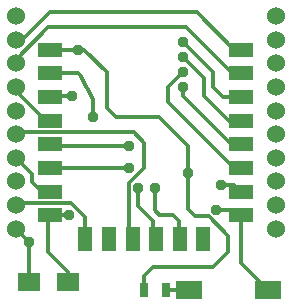
<source format=gtl>
G75*
%MOIN*%
%OFA0B0*%
%FSLAX25Y25*%
%IPPOS*%
%LPD*%
%AMOC8*
5,1,8,0,0,1.08239X$1,22.5*
%
%ADD10R,0.07480X0.06299*%
%ADD11R,0.07874X0.04724*%
%ADD12R,0.04724X0.07874*%
%ADD13R,0.03150X0.04724*%
%ADD14R,0.09055X0.05906*%
%ADD15C,0.06000*%
%ADD16C,0.01200*%
%ADD17OC8,0.03562*%
D10*
X0010632Y0016006D03*
X0023624Y0016006D03*
D11*
X0017628Y0038380D03*
X0017628Y0046254D03*
X0017628Y0054128D03*
X0017628Y0062002D03*
X0017628Y0069876D03*
X0017628Y0077750D03*
X0017628Y0085624D03*
X0017628Y0093498D03*
X0081408Y0093498D03*
X0081408Y0085624D03*
X0081408Y0077750D03*
X0081408Y0069876D03*
X0081408Y0062002D03*
X0081408Y0054128D03*
X0081408Y0046254D03*
X0081408Y0038380D03*
D12*
X0068809Y0030506D03*
X0060935Y0030506D03*
X0053061Y0030506D03*
X0045187Y0030506D03*
X0037313Y0030506D03*
X0029439Y0030506D03*
D13*
X0049085Y0013506D03*
X0056172Y0013506D03*
D14*
X0063939Y0013506D03*
X0090317Y0013506D03*
D15*
X0092935Y0033880D03*
X0092935Y0041754D03*
X0092935Y0049628D03*
X0092935Y0057502D03*
X0092935Y0065376D03*
X0092935Y0073250D03*
X0092935Y0081124D03*
X0092935Y0088998D03*
X0092935Y0096872D03*
X0092935Y0104746D03*
X0006321Y0104746D03*
X0006321Y0096872D03*
X0006321Y0088998D03*
X0006321Y0081124D03*
X0006321Y0073250D03*
X0006321Y0065376D03*
X0006321Y0057502D03*
X0006321Y0049628D03*
X0006321Y0041754D03*
X0006321Y0033880D03*
D16*
X0010632Y0029569D01*
X0010632Y0016006D01*
X0017128Y0026006D02*
X0017128Y0037880D01*
X0017628Y0038380D01*
X0017754Y0038506D01*
X0024128Y0038506D01*
X0024628Y0042506D02*
X0007073Y0042506D01*
X0006321Y0041754D01*
X0011628Y0049506D02*
X0011628Y0052195D01*
X0006321Y0057502D01*
X0006321Y0065376D02*
X0006498Y0065376D01*
X0007128Y0066006D01*
X0045628Y0066006D01*
X0049128Y0062506D01*
X0049128Y0054006D01*
X0044128Y0049006D01*
X0044128Y0031565D01*
X0045187Y0030506D01*
X0052128Y0031439D02*
X0053061Y0030506D01*
X0052128Y0031439D02*
X0052128Y0036506D01*
X0047128Y0041506D01*
X0047128Y0047506D01*
X0044128Y0054006D02*
X0017750Y0054006D01*
X0017628Y0054128D01*
X0018124Y0061506D02*
X0017628Y0062002D01*
X0018124Y0061506D02*
X0044128Y0061506D01*
X0039628Y0071006D02*
X0036628Y0074006D01*
X0036628Y0086006D01*
X0029128Y0093506D01*
X0027128Y0093506D01*
X0017636Y0093506D01*
X0017628Y0093498D01*
X0018120Y0093006D01*
X0017628Y0085624D02*
X0027010Y0085624D01*
X0027628Y0085006D01*
X0032128Y0077006D01*
X0032128Y0071006D01*
X0039628Y0071006D02*
X0054128Y0071006D01*
X0063628Y0061506D01*
X0063628Y0052506D01*
X0063628Y0040506D01*
X0066128Y0038006D01*
X0070628Y0038006D01*
X0077128Y0031506D01*
X0077128Y0026006D01*
X0072128Y0021006D01*
X0052128Y0021006D01*
X0049085Y0017963D01*
X0049085Y0013506D01*
X0056172Y0013506D02*
X0063939Y0013506D01*
X0060935Y0030506D02*
X0060628Y0030813D01*
X0060628Y0036506D01*
X0058628Y0038506D01*
X0054128Y0038506D01*
X0052628Y0040006D01*
X0052628Y0047506D01*
X0073128Y0040006D02*
X0077408Y0040006D01*
X0081408Y0036006D01*
X0081408Y0022416D01*
X0090317Y0013506D01*
X0081408Y0036006D02*
X0081408Y0038380D01*
X0081408Y0046254D02*
X0079156Y0048506D01*
X0074628Y0048506D01*
X0079006Y0054128D02*
X0057128Y0076006D01*
X0057128Y0081006D01*
X0062128Y0086006D01*
X0062128Y0091006D02*
X0069128Y0084006D01*
X0069128Y0078006D01*
X0077258Y0069876D01*
X0081408Y0069876D01*
X0081408Y0062002D02*
X0078132Y0062002D01*
X0062128Y0078006D01*
X0062128Y0081006D01*
X0072128Y0081006D02*
X0072128Y0086006D01*
X0062128Y0096006D01*
X0063128Y0101006D02*
X0078628Y0085506D01*
X0081290Y0085506D01*
X0081408Y0085624D01*
X0081408Y0077750D02*
X0075384Y0077750D01*
X0072128Y0081006D01*
X0079128Y0093506D02*
X0081400Y0093506D01*
X0081408Y0093498D01*
X0079128Y0093506D02*
X0066628Y0106006D01*
X0017628Y0106006D01*
X0008494Y0096872D01*
X0006321Y0096872D01*
X0006321Y0090199D02*
X0017128Y0101006D01*
X0063128Y0101006D01*
X0079006Y0054128D02*
X0081408Y0054128D01*
X0029439Y0037695D02*
X0029439Y0030506D01*
X0029439Y0037695D02*
X0024628Y0042506D01*
X0017628Y0046254D02*
X0014880Y0046254D01*
X0011628Y0049506D01*
X0016258Y0069876D02*
X0007628Y0078506D01*
X0007628Y0079817D01*
X0006321Y0081124D01*
X0006321Y0088998D02*
X0006321Y0090199D01*
X0017884Y0078006D02*
X0017628Y0077750D01*
X0017884Y0078006D02*
X0025128Y0078006D01*
X0017628Y0069876D02*
X0016258Y0069876D01*
X0017128Y0026006D02*
X0023624Y0019510D01*
X0023624Y0016006D01*
D17*
X0010632Y0029569D03*
X0024128Y0038506D03*
X0044128Y0054006D03*
X0047128Y0047506D03*
X0052628Y0047506D03*
X0063628Y0052506D03*
X0073128Y0040006D03*
X0074628Y0048506D03*
X0062128Y0081006D03*
X0062128Y0086006D03*
X0062128Y0091006D03*
X0062128Y0096006D03*
X0044128Y0061506D03*
X0032128Y0071006D03*
X0025128Y0078006D03*
X0027128Y0093506D03*
M02*

</source>
